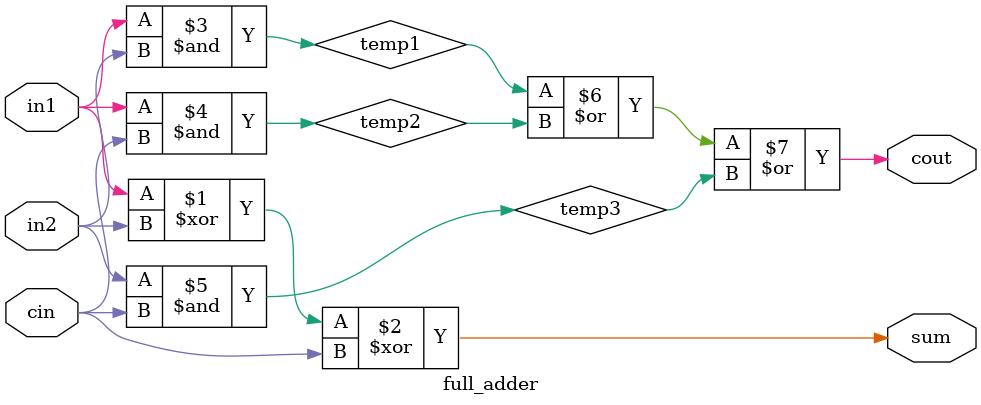
<source format=v>
module wallace_unsigned_multiplier_CLA_Reduced_4(product, A, B);
    /* This implementation uses a 4bit CLA adder for the final stage along
     * with a half adder */
    input [3:0] A, B;
    output [7:0] product;

    wire [3:0] pp0, pp1, pp2, pp3;
    wire s1,s2,s3,s4,s5,s6,s7,c1,c2;

    and AND01(pp0[0], A[0], B[0]);
    and AND02(pp0[1], A[1], B[0]);
    and AND03(pp0[2], A[2], B[0]);
    and AND04(pp0[3], A[3], B[0]);
    and AND05(pp1[0], A[0], B[1]);
    and AND06(pp1[1], A[1], B[1]);
    and AND07(pp1[2], A[2], B[1]);
    and AND08(pp1[3], A[3], B[1]);
    and AND09(pp2[0], A[0], B[2]);
    and AND10(pp2[1], A[1], B[2]);
    and AND11(pp2[2], A[2], B[2]);
    and AND12(pp2[3], A[3], B[2]);
    and AND13(pp3[0], A[0], B[3]);
    and AND14(pp3[1], A[1], B[3]);
    and AND15(pp3[2], A[2], B[3]);
    and AND16(pp3[3], A[3], B[3]);

    assign product[0] = pp0[0];

    /*  First Carry Look-Ahead Adder */
    wire [3:0] G1; /* Generate */
    wire [3:0] P1; /* Propagate */
    wire [3:0] C1; /* Carry */
    assign G1[0] = pp0[1] & pp1[0];
    assign G1[1] = pp0[2] & pp1[1];
    assign G1[2] = pp0[3] & pp1[2];
    /*assign G[3] = 0      & pp1[3]; */
    assign P1[0] = pp0[1] ^ pp1[0];
    assign P1[1] = pp0[2] ^ pp1[1];
    assign P1[2] = pp0[3] ^ pp1[2];
    assign P1[3] = pp1[3]; //0      ^ pp1[3];
    /*assign C[0] = 0; */
    assign C1[1] = G1[0];
    assign C1[2] = G1[1] | (P1[1] & C1[1]);
    assign C1[3] = G1[2] | (P1[2] & C1[2]);
    assign c1    = P1[3] & C1[3]; //G[3] | (P[3] & C[3]);
    assign s1    = P1[0];
    assign s2    = P1[1] ^ C1[1];
    assign s3    = P1[2] ^ C1[2];
    assign s4    = P1[3] ^ C1[3];

    /* Second Carry Look-Ahead Adder */
    wire [2:0] G2; /* Generate */
    wire [2:0] P2; /* Propagate */
    wire [2:0] C2; /* Carry */
    assign G2[0] = pp2[1] & pp3[0];
    assign G2[1] = pp2[2] & pp3[1];
    assign G2[2] = pp2[3] & pp3[2];
    assign P2[0] = pp2[1] ^ pp3[0];
    assign P2[1] = pp2[2] ^ pp3[1];
    assign P2[2] = pp2[3] ^ pp3[2];
    /*assign C[0] = 0; */
    assign C2[1] = G2[0];
    assign C2[2] = G2[1] | (P2[1] & C2[1]);
    assign c2    = G2[2] | (P2[2] & C2[2]);
    assign s5    = P2[0];
    assign s6    = P2[1] ^ C2[1];
    assign s7    = P2[2] ^ C2[2];

    /* Final Stage of Carry Look-Ahead Adder */
    assign product[1] = s1;

    half_adder HA1(product[2], c3, s2, pp2[0]);

    wire [3:0] G; /* Generate */
    wire [3:0] P; /* Propagate */
    wire [3:0] C; /* Carry */
    //assign G[0] = s2     & pp2[0];
    assign G[0] = s3     & s5;
    assign G[1] = s4     & s6;
    assign G[2] = c1     & s7;
    assign G[3] = pp3[3] & c2;
    //assign P[0] = s2     ^ pp2[0];
    assign P[0] = s3     ^ s5;
    assign P[1] = s4     ^ s6;
    assign P[2] = c1     ^ s7;
    assign P[3] = pp3[3] ^ c2;
    assign C[0] = c3;
    assign C[1] = G[0] | (P[0] & C[0]);
    assign C[2] = G[1] | (P[1] & C[1]);
    assign C[3] = G[2] | (P[2] & C[2]);
    assign product[7] = G[3] | (P[3] & C[3]);
    assign product[3] = P[0] ^ C[0];
    assign product[4] = P[1] ^ C[1];
    assign product[5] = P[2] ^ C[2];
    assign product[6] = P[3] ^ C[3];
endmodule

module half_adder(output wire sum,
                  output wire cout,
                  input wire in1,
                  input wire in2);
    xor(sum, in1, in2);
    and(cout, in1, in2);
endmodule

module full_adder(output wire sum,
                  output wire cout,
                  input wire in1,
                  input wire in2,
                  input wire cin);
    wire temp1;
    wire temp2;
    wire temp3;
    xor(sum, in1, in2, cin);
    and(temp1,in1,in2);
    and(temp2,in1,cin);
    and(temp3,in2,cin);
    or(cout,temp1,temp2,temp3);
endmodule

</source>
